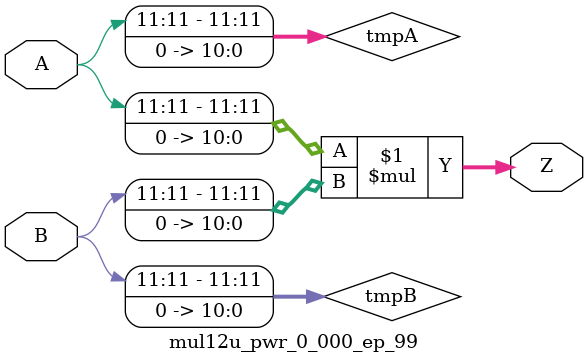
<source format=v>
/***
    * This code is a part of ApproxLib library (ehw.fit.vutbr.cz/approxlib) distributed under a XXXX public license.
    * When used, please cite the following article: tbd 
    * This file is pareto optimal sub-set in the pwr and ep parameters
    ***/
    
//Behavioral model of 12-bit Truncated Multiplier
//Truncated bits: 11

module mul12u_pwr_0_000_ep_99(
	A, 
	B,
	Z
);

input [12-1:0] A;
input [12-1:0] B;
output [2*12-1:0] Z;

wire [12-1:0] tmpA;
wire [12-1:0] tmpB;
assign tmpA = {A[12-1:11],{11{1'b0}}};
assign tmpB = {B[12-1:11],{11{1'b0}}};
assign Z = tmpA * tmpB;
endmodule


// internal reference: truncation-tm.12.mul12u_pwr_0_000_ep_99


</source>
